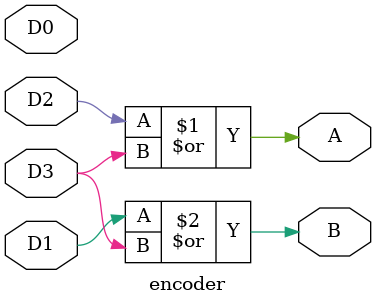
<source format=v>
`timescale 1ns / 1ps


module encoder(
    input D0,
    input D1,
    input D2,
    input D3,
    output A,
    output B
    );
    assign A =D2|D3,B =D1|D3;
endmodule

</source>
